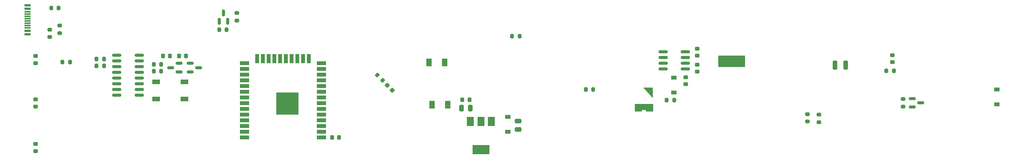
<source format=gbr>
%TF.GenerationSoftware,KiCad,Pcbnew,(6.0.4)*%
%TF.CreationDate,2022-06-05T17:20:23+02:00*%
%TF.ProjectId,Time-O-Mat_MoBo_H01,54696d65-2d4f-42d4-9d61-745f4d6f426f,rev?*%
%TF.SameCoordinates,Original*%
%TF.FileFunction,Paste,Top*%
%TF.FilePolarity,Positive*%
%FSLAX46Y46*%
G04 Gerber Fmt 4.6, Leading zero omitted, Abs format (unit mm)*
G04 Created by KiCad (PCBNEW (6.0.4)) date 2022-06-05 17:20:23*
%MOMM*%
%LPD*%
G01*
G04 APERTURE LIST*
G04 Aperture macros list*
%AMRoundRect*
0 Rectangle with rounded corners*
0 $1 Rounding radius*
0 $2 $3 $4 $5 $6 $7 $8 $9 X,Y pos of 4 corners*
0 Add a 4 corners polygon primitive as box body*
4,1,4,$2,$3,$4,$5,$6,$7,$8,$9,$2,$3,0*
0 Add four circle primitives for the rounded corners*
1,1,$1+$1,$2,$3*
1,1,$1+$1,$4,$5*
1,1,$1+$1,$6,$7*
1,1,$1+$1,$8,$9*
0 Add four rect primitives between the rounded corners*
20,1,$1+$1,$2,$3,$4,$5,0*
20,1,$1+$1,$4,$5,$6,$7,0*
20,1,$1+$1,$6,$7,$8,$9,0*
20,1,$1+$1,$8,$9,$2,$3,0*%
%AMFreePoly0*
4,1,30,-0.988102,1.697465,-0.977640,1.696721,-0.971482,1.689621,-0.962979,1.685608,1.036021,-0.516393,1.042104,-0.533353,1.049000,-0.550000,1.048505,-0.551196,1.048941,-0.552413,1.041250,-0.568709,1.034355,-0.585355,1.033161,-0.585850,1.032608,-0.587021,1.015643,-0.593106,0.999000,-0.600000,-0.999000,-0.600000,-1.034355,-0.585355,-1.049000,-0.550000,-1.049000,1.649000,-1.048464,1.650295,
-1.049941,1.654413,-1.045465,1.663898,-1.044721,1.674360,-1.037621,1.680518,-1.033608,1.689021,-1.023733,1.692563,-1.015811,1.699434,-1.006435,1.698768,-0.997587,1.701941,-0.988102,1.697465,-0.988102,1.697465,$1*%
%AMFreePoly1*
4,1,21,-0.467645,0.985355,-0.453000,0.950000,-0.453000,0.664000,0.480000,0.664000,0.480000,0.946000,0.494645,0.981355,0.530000,0.996000,1.969000,0.996000,2.004355,0.981355,2.019000,0.946000,2.019000,-0.614000,2.004355,-0.649355,1.969000,-0.664000,-1.969000,-0.664000,-2.004355,-0.649355,-2.019000,-0.614000,-2.019000,0.950000,-2.004355,0.985355,-1.969000,1.000000,-0.503000,1.000000,
-0.467645,0.985355,-0.467645,0.985355,$1*%
G04 Aperture macros list end*
%ADD10R,1.700000X1.000000*%
%ADD11RoundRect,0.225000X-0.225000X-0.250000X0.225000X-0.250000X0.225000X0.250000X-0.225000X0.250000X0*%
%ADD12RoundRect,0.250000X0.475000X-0.250000X0.475000X0.250000X-0.475000X0.250000X-0.475000X-0.250000X0*%
%ADD13RoundRect,0.200000X0.200000X0.275000X-0.200000X0.275000X-0.200000X-0.275000X0.200000X-0.275000X0*%
%ADD14R,1.300000X1.700000*%
%ADD15RoundRect,0.250000X-0.250000X-0.750000X0.250000X-0.750000X0.250000X0.750000X-0.250000X0.750000X0*%
%ADD16RoundRect,0.200000X0.275000X-0.200000X0.275000X0.200000X-0.275000X0.200000X-0.275000X-0.200000X0*%
%ADD17RoundRect,0.200000X-0.200000X-0.275000X0.200000X-0.275000X0.200000X0.275000X-0.200000X0.275000X0*%
%ADD18R,1.450000X0.600000*%
%ADD19R,1.450000X0.300000*%
%ADD20RoundRect,0.150000X-0.825000X-0.150000X0.825000X-0.150000X0.825000X0.150000X-0.825000X0.150000X0*%
%ADD21FreePoly0,180.000000*%
%ADD22FreePoly1,180.000000*%
%ADD23RoundRect,0.225000X0.335876X0.017678X0.017678X0.335876X-0.335876X-0.017678X-0.017678X-0.335876X0*%
%ADD24R,1.200000X0.900000*%
%ADD25RoundRect,0.150000X0.150000X-0.587500X0.150000X0.587500X-0.150000X0.587500X-0.150000X-0.587500X0*%
%ADD26RoundRect,0.150000X-0.587500X-0.150000X0.587500X-0.150000X0.587500X0.150000X-0.587500X0.150000X0*%
%ADD27RoundRect,0.225000X-0.250000X0.225000X-0.250000X-0.225000X0.250000X-0.225000X0.250000X0.225000X0*%
%ADD28RoundRect,0.200000X-0.275000X0.200000X-0.275000X-0.200000X0.275000X-0.200000X0.275000X0.200000X0*%
%ADD29R,6.000000X2.500000*%
%ADD30RoundRect,0.225000X0.250000X-0.225000X0.250000X0.225000X-0.250000X0.225000X-0.250000X-0.225000X0*%
%ADD31RoundRect,0.200000X-0.335876X-0.053033X-0.053033X-0.335876X0.335876X0.053033X0.053033X0.335876X0*%
%ADD32RoundRect,0.150000X0.825000X0.150000X-0.825000X0.150000X-0.825000X-0.150000X0.825000X-0.150000X0*%
%ADD33RoundRect,0.225000X0.225000X0.250000X-0.225000X0.250000X-0.225000X-0.250000X0.225000X-0.250000X0*%
%ADD34RoundRect,0.150000X0.587500X0.150000X-0.587500X0.150000X-0.587500X-0.150000X0.587500X-0.150000X0*%
%ADD35R,2.000000X0.900000*%
%ADD36R,0.900000X2.000000*%
%ADD37R,5.000000X5.000000*%
%ADD38R,1.500000X2.000000*%
%ADD39R,3.800000X2.000000*%
%ADD40RoundRect,0.250000X0.250000X0.475000X-0.250000X0.475000X-0.250000X-0.475000X0.250000X-0.475000X0*%
G04 APERTURE END LIST*
D10*
%TO.C,RESET1*%
X41504000Y-23109000D03*
X35204000Y-23109000D03*
X35204000Y-19309000D03*
X41504000Y-19309000D03*
%TD*%
D11*
%TO.C,C13*%
X40272500Y-13500000D03*
X41822500Y-13500000D03*
%TD*%
D12*
%TO.C,C2*%
X115316000Y-29906000D03*
X115316000Y-28006000D03*
%TD*%
D13*
%TO.C,R11*%
X36321000Y-15367000D03*
X34671000Y-15367000D03*
%TD*%
D14*
%TO.C,D4*%
X99050000Y-15000000D03*
X95550000Y-15000000D03*
%TD*%
D15*
%TO.C,TP+5V1*%
X187800000Y-15600000D03*
%TD*%
D16*
%TO.C,R18*%
X179324000Y-28130000D03*
X179324000Y-26480000D03*
%TD*%
D17*
%TO.C,R15*%
X130275000Y-21000000D03*
X131925000Y-21000000D03*
%TD*%
D18*
%TO.C,J7*%
X6785000Y-2250000D03*
X6785000Y-3050000D03*
D19*
X6785000Y-4250000D03*
X6785000Y-5250000D03*
X6785000Y-5750000D03*
X6785000Y-6750000D03*
D18*
X6785000Y-7950000D03*
X6785000Y-8750000D03*
X6785000Y-8750000D03*
X6785000Y-7950000D03*
D19*
X6785000Y-7250000D03*
X6785000Y-6250000D03*
X6785000Y-4750000D03*
X6785000Y-3750000D03*
D18*
X6785000Y-3050000D03*
X6785000Y-2250000D03*
%TD*%
D20*
%TO.C,U5*%
X26525000Y-13355000D03*
X26525000Y-14625000D03*
X26525000Y-15895000D03*
X26525000Y-17165000D03*
X26525000Y-18435000D03*
X26525000Y-19705000D03*
X26525000Y-20975000D03*
X26525000Y-22245000D03*
X31475000Y-22245000D03*
X31475000Y-20975000D03*
X31475000Y-19705000D03*
X31475000Y-18435000D03*
X31475000Y-17165000D03*
X31475000Y-15895000D03*
X31475000Y-14625000D03*
X31475000Y-13355000D03*
%TD*%
D21*
%TO.C,C10*%
X144054000Y-21131000D03*
D22*
X143146000Y-24869000D03*
%TD*%
D23*
%TO.C,C3*%
X87416008Y-21122008D03*
X86319992Y-20025992D03*
%TD*%
D24*
%TO.C,D1*%
X221221000Y-21017000D03*
X221221000Y-24317000D03*
%TD*%
D13*
%TO.C,R13*%
X115625000Y-9100000D03*
X113975000Y-9100000D03*
%TD*%
D25*
%TO.C,Q4*%
X49150000Y-5837500D03*
X51050000Y-5837500D03*
X50100000Y-3962500D03*
%TD*%
D17*
%TO.C,R9*%
X22035000Y-15748000D03*
X23685000Y-15748000D03*
%TD*%
D16*
%TO.C,R7*%
X11684000Y-9334000D03*
X11684000Y-7684000D03*
%TD*%
D26*
%TO.C,Q3*%
X42750500Y-15179000D03*
X42750500Y-17079000D03*
X44625500Y-16129000D03*
%TD*%
D27*
%TO.C,C18*%
X152400000Y-18275000D03*
X152400000Y-19825000D03*
%TD*%
D17*
%TO.C,R8*%
X22035000Y-14224000D03*
X23685000Y-14224000D03*
%TD*%
D28*
%TO.C,R6*%
X13843000Y-6795000D03*
X13843000Y-8445000D03*
%TD*%
D17*
%TO.C,R4*%
X11975000Y-2900000D03*
X13625000Y-2900000D03*
%TD*%
D28*
%TO.C,R17*%
X53100000Y-3975000D03*
X53100000Y-5625000D03*
%TD*%
D14*
%TO.C,D3*%
X96250000Y-24400000D03*
X99750000Y-24400000D03*
%TD*%
D29*
%TO.C,Y1*%
X162536000Y-14732000D03*
%TD*%
D30*
%TO.C,C6*%
X8509000Y-34684000D03*
X8509000Y-33134000D03*
%TD*%
%TO.C,C5*%
X8509000Y-24778000D03*
X8509000Y-23228000D03*
%TD*%
D28*
%TO.C,R1*%
X200520000Y-23112000D03*
X200520000Y-24762000D03*
%TD*%
D13*
%TO.C,R20*%
X149825000Y-23400000D03*
X148175000Y-23400000D03*
%TD*%
D24*
%TO.C,D2*%
X113030000Y-30352000D03*
X113030000Y-27052000D03*
%TD*%
D31*
%TO.C,R2*%
X84124800Y-17780000D03*
X85291526Y-18946726D03*
%TD*%
D32*
%TO.C,U3*%
X152335000Y-16383000D03*
X152335000Y-15113000D03*
X152335000Y-13843000D03*
X152335000Y-12573000D03*
X147385000Y-12573000D03*
X147385000Y-13843000D03*
X147385000Y-15113000D03*
X147385000Y-16383000D03*
%TD*%
D30*
%TO.C,C7*%
X198107000Y-14933000D03*
X198107000Y-13383000D03*
%TD*%
D26*
%TO.C,Q1*%
X202503500Y-22987000D03*
X202503500Y-24887000D03*
X204378500Y-23937000D03*
%TD*%
D17*
%TO.C,R5*%
X14475000Y-14900000D03*
X16125000Y-14900000D03*
%TD*%
%TO.C,R3*%
X196774000Y-16825000D03*
X198424000Y-16825000D03*
%TD*%
D33*
%TO.C,C16*%
X38275000Y-13500000D03*
X36725000Y-13500000D03*
%TD*%
D30*
%TO.C,C9*%
X154940000Y-13475000D03*
X154940000Y-11925000D03*
%TD*%
D24*
%TO.C,D5*%
X149800000Y-21650000D03*
X149800000Y-18350000D03*
%TD*%
D33*
%TO.C,C1*%
X75705000Y-31623000D03*
X74155000Y-31623000D03*
%TD*%
D17*
%TO.C,R16*%
X49175000Y-7700000D03*
X50825000Y-7700000D03*
%TD*%
D34*
%TO.C,Q2*%
X40307500Y-17079000D03*
X40307500Y-15179000D03*
X38432500Y-16129000D03*
%TD*%
D16*
%TO.C,R19*%
X181864000Y-28257000D03*
X181864000Y-26607000D03*
%TD*%
D35*
%TO.C,U1*%
X71746000Y-31623000D03*
X71746000Y-30353000D03*
X71746000Y-29083000D03*
X71746000Y-27813000D03*
X71746000Y-26543000D03*
X71746000Y-25273000D03*
X71746000Y-24003000D03*
X71746000Y-22733000D03*
X71746000Y-21463000D03*
X71746000Y-20193000D03*
X71746000Y-18923000D03*
X71746000Y-17653000D03*
X71746000Y-16383000D03*
X71746000Y-15113000D03*
D36*
X68961000Y-14113000D03*
X67691000Y-14113000D03*
X66421000Y-14113000D03*
X65151000Y-14113000D03*
X63881000Y-14113000D03*
X62611000Y-14113000D03*
X61341000Y-14113000D03*
X60071000Y-14113000D03*
X58801000Y-14113000D03*
X57531000Y-14113000D03*
D35*
X54746000Y-15113000D03*
X54746000Y-16383000D03*
X54746000Y-17653000D03*
X54746000Y-18923000D03*
X54746000Y-20193000D03*
X54746000Y-21463000D03*
X54746000Y-22733000D03*
X54746000Y-24003000D03*
X54746000Y-25273000D03*
X54746000Y-26543000D03*
X54746000Y-27813000D03*
X54746000Y-29083000D03*
X54746000Y-30353000D03*
X54746000Y-31623000D03*
D37*
X64246000Y-24123000D03*
%TD*%
D38*
%TO.C,U4*%
X109361000Y-28092000D03*
D39*
X107061000Y-34392000D03*
D38*
X107061000Y-28092000D03*
X104761000Y-28092000D03*
%TD*%
D27*
%TO.C,C8*%
X154940000Y-15494000D03*
X154940000Y-17044000D03*
%TD*%
D40*
%TO.C,C14*%
X104709000Y-25146000D03*
X102809000Y-25146000D03*
%TD*%
D30*
%TO.C,C4*%
X8509000Y-15126000D03*
X8509000Y-13576000D03*
%TD*%
D33*
%TO.C,C12*%
X104534000Y-23241000D03*
X102984000Y-23241000D03*
%TD*%
D13*
%TO.C,R10*%
X36321000Y-16967000D03*
X34671000Y-16967000D03*
%TD*%
D15*
%TO.C,TPGND1*%
X185440000Y-15600000D03*
%TD*%
M02*

</source>
